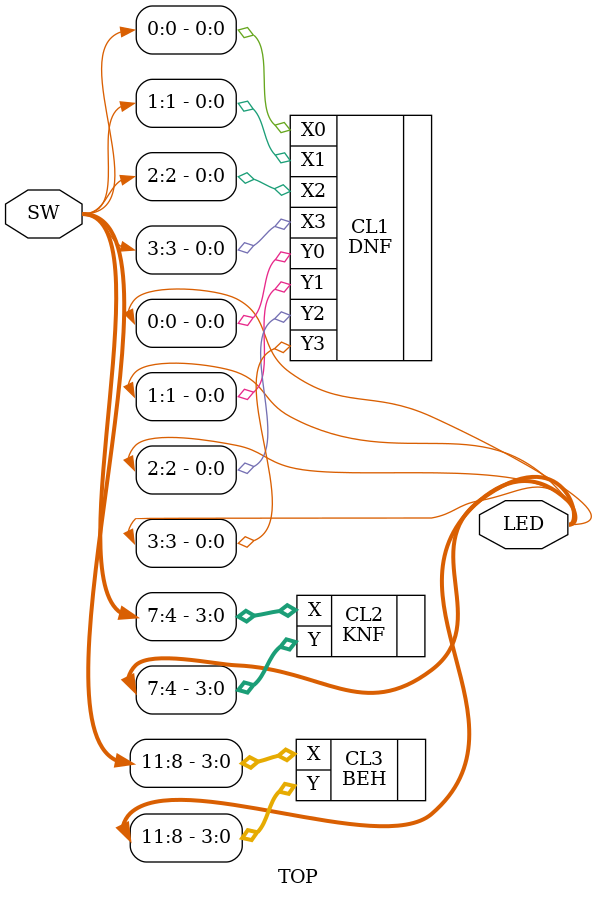
<source format=v>
`timescale 1ns / 1ps
module TOP(
    input [11:0] SW,
    output [11:0] LED
    );
	 	DNF CL1(
		.X0(SW[0]),
		.X1(SW[1]),
		.X2(SW[2]),
		.X3(SW[3]),
		.Y0(LED[0]),
		.Y1(LED[1]),
		.Y2(LED[2]),
		.Y3(LED[3]));
		
	KNF CL2(.X(SW[7:4]), .Y(LED[7:4]));
	BEH CL3(.X(SW[11:8]), .Y(LED[11:8]));


endmodule

</source>
